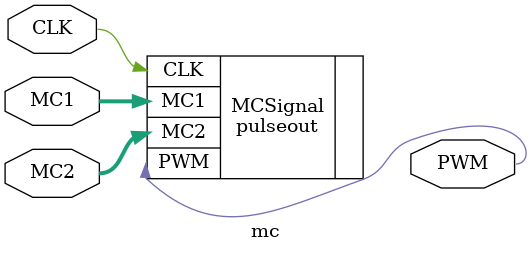
<source format=v>
`timescale 1ns / 1ps
module mc(
	input CLK,
	input [4:0] MC1,
	input [4:0] MC2,
	output PWM
    );
	 
	pulseout MCSignal (
		 .CLK(CLK), 
		 .MC1(MC1), 
		 .MC2(MC2),
		 .PWM(PWM)
		 );
		 

endmodule




</source>
